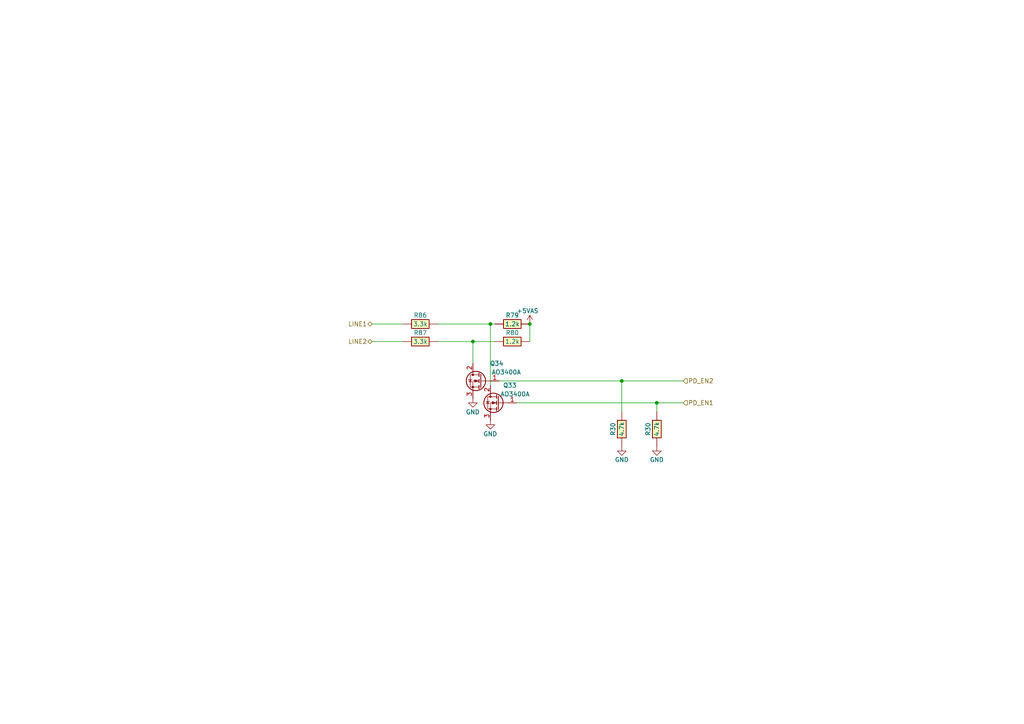
<source format=kicad_sch>
(kicad_sch (version 20230121) (generator eeschema)
  (paper "A4")
  (lib_symbols
    (symbol "alphax:+5VAS" (power) (pin_names (offset 0))
      (property "Value" "+5VAS" (at 2.8912 2.1493 90))
      (symbol "+5VAS_0_1"
        (polyline (pts (xy -0.762 1.27) (xy 0 2.54)))
        (polyline (pts (xy 0 0) (xy 0 2.54)))
        (polyline (pts (xy 0 2.54) (xy 0.762 1.27)))
      )
      (symbol "+5VAS_1_1"
        (pin power_in line (at 0 0 90) (length 0) hide (name "+5VAS") (number "1"))
      )
    )
    (symbol "hellen-one-common:MOSFET-N" (pin_names hide)
      (property "Reference" "Q" (at 5.08 6.35 0))
      (property "Value" "MOSFET-N" (at 2.54 3.81 0))
      (symbol "MOSFET-N_0_1"
        (polyline (pts (xy 0.254 0) (xy -2.54 0)))
        (polyline (pts (xy 0.254 1.905) (xy 0.254 -1.905)) (stroke (width 0.254)))
        (polyline (pts (xy 0.762 -1.27) (xy 0.762 -2.286)) (stroke (width 0.254)))
        (polyline (pts (xy 0.762 0.508) (xy 0.762 -0.508)) (stroke (width 0.254)))
        (polyline (pts (xy 0.762 2.286) (xy 0.762 1.27)) (stroke (width 0.254)))
        (polyline (pts (xy 2.54 2.54) (xy 2.54 1.778)))
        (polyline (pts (xy 2.54 -2.54) (xy 2.54 0) (xy 0.762 0)))
        (polyline (pts (xy 0.762 -1.778) (xy 3.302 -1.778) (xy 3.302 1.778) (xy 0.762 1.778)))
        (polyline (pts (xy 1.016 0) (xy 2.032 0.381) (xy 2.032 -0.381) (xy 1.016 0)) (fill (type outline)))
        (polyline (pts (xy 2.794 0.508) (xy 2.921 0.381) (xy 3.683 0.381) (xy 3.81 0.254)))
        (polyline (pts (xy 3.302 0.381) (xy 2.921 -0.254) (xy 3.683 -0.254) (xy 3.302 0.381)))
        (circle (center 1.651 0) (radius 2.794) (stroke (width 0.254)))
        (circle (center 2.54 -1.778) (radius 0.254) (fill (type outline)))
        (circle (center 2.54 1.778) (radius 0.254) (fill (type outline)))
      )
      (symbol "MOSFET-N_1_1"
        (pin input line (at -5.08 0 0) (length 2.54) (name "G") (number "1"))
        (pin passive line (at 2.54 5.08 270) (length 2.54) (name "D") (number "2"))
        (pin passive line (at 2.54 -5.08 90) (length 2.54) (name "S") (number "3"))
      )
    )
    (symbol "hellen-one-common:Res" (pin_numbers hide)
      (property "Reference" "R" (at 3.81 2.54 0))
      (property "Value" "Res" (at 5.08 -2.54 0))
      (symbol "Res_1_0"
        (rectangle (start 2.54 -1.27) (end 7.62 1.27) (stroke (width 0.254)) (fill (type background)))
        (pin passive line (at 0 0 0) (length 2.54) (name "") (number "1"))
        (pin passive line (at 10.16 0 180) (length 2.54) (name "") (number "2"))
      )
    )
    (symbol "power:GND" (power) (pin_names (offset 0))
      (property "Value" "GND" (at 0 -3.81 0))
      (symbol "GND_0_1"
        (polyline (pts (xy 0 0) (xy 0 -1.27) (xy 1.27 -1.27) (xy 0 -2.54) (xy -1.27 -1.27) (xy 0 -1.27)))
      )
      (symbol "GND_1_1"
        (pin power_in line (at 0 0 270) (length 0) hide (name "GND") (number "1"))
      )
    )
  )
  (junction (at 142.24 93.98))
  (junction (at 153.67 93.98))
  (junction (at 180.34 110.49))
  (junction (at 190.5 116.84))
  (junction (at 137.16 99.06))
  (wire (pts (xy 143.51 99.06) (xy 137.16 99.06)))
  (wire (pts (xy 180.34 110.49) (xy 198.12 110.49)))
  (wire (pts (xy 190.5 116.84) (xy 190.5 119.38)))
  (wire (pts (xy 149.86 116.84) (xy 190.5 116.84)))
  (wire (pts (xy 137.16 99.06) (xy 137.16 105.41)))
  (wire (pts (xy 143.51 93.98) (xy 142.24 93.98)))
  (wire (pts (xy 144.78 110.49) (xy 180.34 110.49)))
  (wire (pts (xy 180.34 110.49) (xy 180.34 119.38)))
  (wire (pts (xy 142.24 93.98) (xy 127 93.98)))
  (wire (pts (xy 190.5 116.84) (xy 198.12 116.84)))
  (wire (pts (xy 142.24 93.98) (xy 142.24 111.76)))
  (wire (pts (xy 116.84 99.06) (xy 107.95 99.06)))
  (wire (pts (xy 116.84 93.98) (xy 107.95 93.98)))
  (wire (pts (xy 153.67 93.98) (xy 153.67 99.06)))
  (wire (pts (xy 137.16 99.06) (xy 127 99.06)))
  (hierarchical_label "PD_EN2" (shape input) (at 198.12 110.49 0))
  (hierarchical_label "LINE1" (shape bidirectional) (at 107.95 93.98 180))
  (hierarchical_label "PD_EN1" (shape input) (at 198.12 116.84 0))
  (hierarchical_label "LINE2" (shape bidirectional) (at 107.95 99.06 180))
  (symbol (lib_id "hellen-one-common:MOSFET-N") (at 139.7 110.49 0) (mirror y) (unit 1)
    (property "Reference" "Q34" (at 146.05 105.41 0) (effects (justify left)))
    (property "Value" "AO3400A" (at 151.13 107.95 0) (effects (justify left)))
    (property "Footprint" "hellen-one-common:SOT-23" (effects hide))
    (property "LCSC" " C20917" (effects hide))
    (instances (project "alphax_2ch" (path "" (reference "Q34") (unit 1)) (path "" (reference "Q22") (unit 1))))
  )
  (symbol (lib_id "alphax:+5VAS") (at 153.67 93.98 0) (mirror y) (unit 1)
    (property "Reference" "#PWR0132" (effects hide))
    (property "Value" "+5VAS" (at 156.21 90.17 0) (effects (justify left)))
    (instances (project "alphax_2ch" (path "" (reference "#PWR0132") (unit 1)) (path "" (reference "#PWR099") (unit 1))))
  )
  (symbol (lib_id "hellen-one-common:Res") (at 116.84 99.06 0) (mirror x) (unit 1)
    (property "Reference" "R87" (at 121.92 96.52 0))
    (property "Value" "3.3k" (at 121.92 99.06 0))
    (property "Footprint" "hellen-one-common:R0603" (effects hide))
    (property "LCSC" "C22978" (effects hide))
    (instances (project "alphax_2ch" (path "" (reference "R87") (unit 1)) (path "" (reference "R67") (unit 1))))
  )
  (symbol (lib_id "hellen-one-common:Res") (at 116.84 93.98 0) (mirror x) (unit 1)
    (property "Reference" "R86" (at 121.92 91.44 0))
    (property "Value" "3.3k" (at 121.92 93.98 0))
    (property "Footprint" "hellen-one-common:R0603" (effects hide))
    (property "LCSC" "C22978" (effects hide))
    (instances (project "alphax_2ch" (path "" (reference "R86") (unit 1)) (path "" (reference "R30") (unit 1))))
  )
  (symbol (lib_id "hellen-one-common:Res") (at 190.5 119.38 270) (unit 1)
    (property "Reference" "R30" (at 187.96 124.46 0))
    (property "Value" "4.7k" (at 190.5 124.46 0))
    (property "Footprint" "hellen-one-common:R0603" (effects hide))
    (property "LCSC" "C23162" (effects hide))
    (instances (project "alphax_2ch" (path "" (reference "R30") (unit 1)) (path "" (reference "R71") (unit 1))))
  )
  (symbol (lib_id "power:GND") (at 142.24 121.92 0) (mirror y) (unit 1)
    (property "Reference" "#PWR0136" (effects hide))
    (property "Value" "GND" (at 142.1892 125.8634 0))
    (instances (project "alphax_2ch" (path "" (reference "#PWR0136") (unit 1)) (path "" (reference "#PWR096") (unit 1))))
  )
  (symbol (lib_id "hellen-one-common:Res") (at 180.34 119.38 270) (unit 1)
    (property "Reference" "R30" (at 177.8 124.46 0))
    (property "Value" "4.7k" (at 180.34 124.46 0))
    (property "Footprint" "hellen-one-common:R0603" (effects hide))
    (property "LCSC" "C23162" (effects hide))
    (instances (project "alphax_2ch" (path "" (reference "R30") (unit 1)) (path "" (reference "R70") (unit 1))))
  )
  (symbol (lib_id "hellen-one-common:MOSFET-N") (at 144.78 116.84 0) (mirror y) (unit 1)
    (property "Reference" "Q33" (at 149.86 111.76 0) (effects (justify left)))
    (property "Value" "AO3400A" (at 153.67 114.3 0) (effects (justify left)))
    (property "Footprint" "hellen-one-common:SOT-23" (effects hide))
    (property "LCSC" " C20917" (effects hide))
    (instances (project "alphax_2ch" (path "" (reference "Q33") (unit 1)) (path "" (reference "Q23") (unit 1))))
  )
  (symbol (lib_id "power:GND") (at 137.16 115.57 0) (mirror y) (unit 1)
    (property "Reference" "#PWR0137" (effects hide))
    (property "Value" "GND" (at 137.1092 119.5134 0))
    (instances (project "alphax_2ch" (path "" (reference "#PWR0137") (unit 1)) (path "" (reference "#PWR035") (unit 1))))
  )
  (symbol (lib_id "hellen-one-common:Res") (at 143.51 99.06 0) (mirror x) (unit 1)
    (property "Reference" "R80" (at 148.59 96.52 0))
    (property "Value" "1.2k" (at 148.59 99.06 0))
    (property "Footprint" "hellen-one-common:R0603" (effects hide))
    (property "LCSC" "C22765" (effects hide))
    (instances (project "alphax_2ch" (path "" (reference "R80") (unit 1)) (path "" (reference "R69") (unit 1))))
  )
  (symbol (lib_id "hellen-one-common:Res") (at 143.51 93.98 0) (mirror x) (unit 1)
    (property "Reference" "R79" (at 148.59 91.44 0))
    (property "Value" "1.2k" (at 148.59 93.98 0))
    (property "Footprint" "hellen-one-common:R0603" (effects hide))
    (property "LCSC" "C22765" (effects hide))
    (instances (project "alphax_2ch" (path "" (reference "R79") (unit 1)) (path "" (reference "R68") (unit 1))))
  )
  (symbol (lib_id "power:GND") (at 190.5 129.54 0) (mirror y) (unit 1)
    (property "Reference" "#PWR035" (effects hide))
    (property "Value" "GND" (at 190.5 133.35 0))
    (instances (project "alphax_2ch" (path "" (reference "#PWR035") (unit 1)) (path "" (reference "#PWR0102") (unit 1))))
  )
  (symbol (lib_id "power:GND") (at 180.34 129.54 0) (mirror y) (unit 1)
    (property "Reference" "#PWR035" (effects hide))
    (property "Value" "GND" (at 180.34 133.35 0))
    (instances (project "alphax_2ch" (path "" (reference "#PWR035") (unit 1)) (path "" (reference "#PWR0100") (unit 1))))
  )
)
</source>
